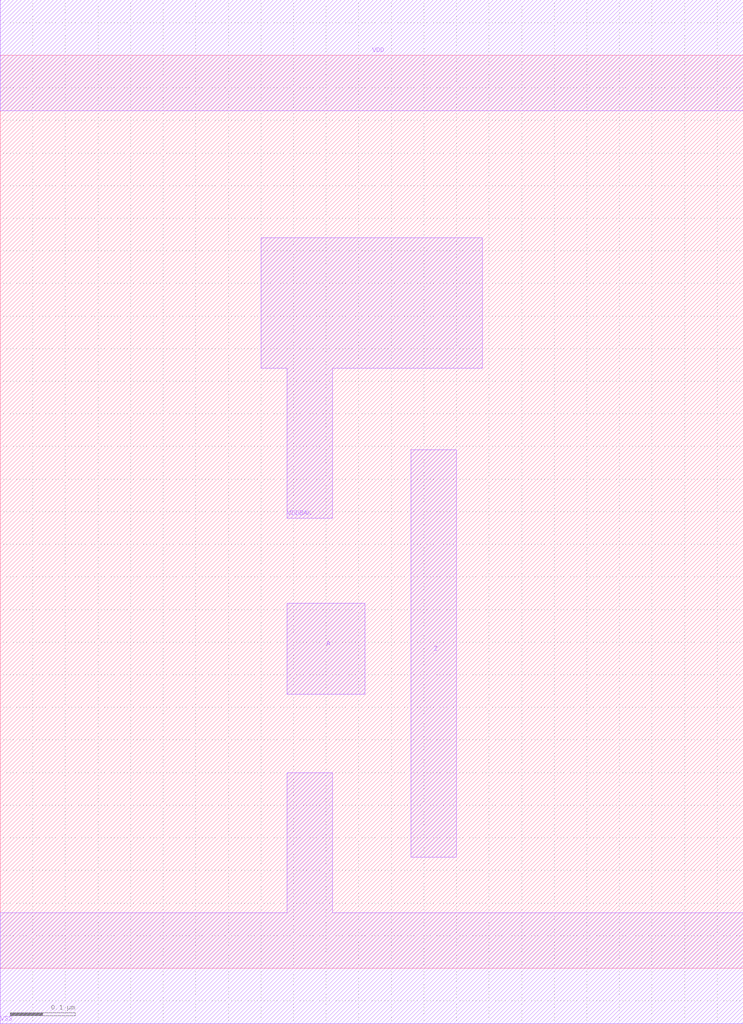
<source format=lef>
# 
# ******************************************************************************
# *                                                                            *
# *                   Copyright (C) 2004-2011, Nangate Inc.                    *
# *                           All rights reserved.                             *
# *                                                                            *
# * Nangate and the Nangate logo are trademarks of Nangate Inc.                *
# *                                                                            *
# * All trademarks, logos, software marks, and trade names (collectively the   *
# * "Marks") in this program are proprietary to Nangate or other respective    *
# * owners that have granted Nangate the right and license to use such Marks.  *
# * You are not permitted to use the Marks without the prior written consent   *
# * of Nangate or such third party that may own the Marks.                     *
# *                                                                            *
# * This file has been provided pursuant to a License Agreement containing     *
# * restrictions on its use. This file contains valuable trade secrets and     *
# * proprietary information of Nangate Inc., and is protected by U.S. and      *
# * international laws and/or treaties.                                        *
# *                                                                            *
# * The copyright notice(s) in this file does not indicate actual or intended  *
# * publication of this file.                                                  *
# *                                                                            *
# *     NGLibraryCreator, v2010.08-HR32-SP3-2010-08-05 - build 1009061800      *
# *                                                                            *
# ******************************************************************************
# 
# 
# Running on server08.nangate.com for user Giancarlo Franciscatto (gfr).
# Local time is now Thu, 6 Jan 2011, 18:10:28.
# Main process id is 3320.

VERSION 5.6 ;
BUSBITCHARS "[]" ;
DIVIDERCHAR "/" ;

MACRO AON_INV_X1
  CLASS core ;
  FOREIGN AON_INV_X1 0.0 0.0 ;
  ORIGIN 0 0 ;
  SYMMETRY X Y ;
  SITE FreePDK45_38x28_10R_NP_162NW_34O ;
  SIZE 1.14 BY 1.4 ;
  PIN A
    DIRECTION INPUT ;
    ANTENNAPARTIALMETALAREA 0.0168 LAYER metal1 ;
    ANTENNAPARTIALMETALSIDEAREA 0.0676 LAYER metal1 ;
    ANTENNAGATEAREA 0.011 ;
    PORT
      LAYER metal1 ;
        POLYGON 0.44 0.42 0.56 0.42 0.56 0.56 0.44 0.56  ;
    END
  END A
  PIN Z
    DIRECTION OUTPUT ;
    ANTENNAPARTIALMETALAREA 0.04375 LAYER metal1 ;
    ANTENNAPARTIALMETALSIDEAREA 0.1807 LAYER metal1 ;
    ANTENNADIFFAREA 0.0231 ;
    PORT
      LAYER metal1 ;
        POLYGON 0.63 0.17 0.7 0.17 0.7 0.795 0.63 0.795  ;
    END
  END Z
  PIN VDD
    DIRECTION INOUT ;
    USE power ;
    SHAPE ABUTMENT ;
    PORT
      LAYER metal1 ;
        POLYGON 0 1.315 1.14 1.315 1.14 1.485 0 1.485  ;
    END
  END VDD
  PIN VDDBAK
    DIRECTION INOUT ;
    USE power ;
    SHAPE ABUTMENT ;
    PORT
      LAYER metal1 ;
        POLYGON 0.4 0.92 0.44 0.92 0.44 0.69 0.51 0.69 0.51 0.92 0.74 0.92 0.74 1.12 0.4 1.12  ;
    END
  END VDDBAK
  PIN VSS
    DIRECTION INOUT ;
    USE ground ;
    SHAPE ABUTMENT ;
    PORT
      LAYER metal1 ;
        POLYGON 0 -0.085 1.14 -0.085 1.14 0.085 0.51 0.085 0.51 0.3 0.44 0.3 0.44 0.085 0 0.085  ;
    END
  END VSS
END AON_INV_X1

END LIBRARY
#
# End of file
#

</source>
